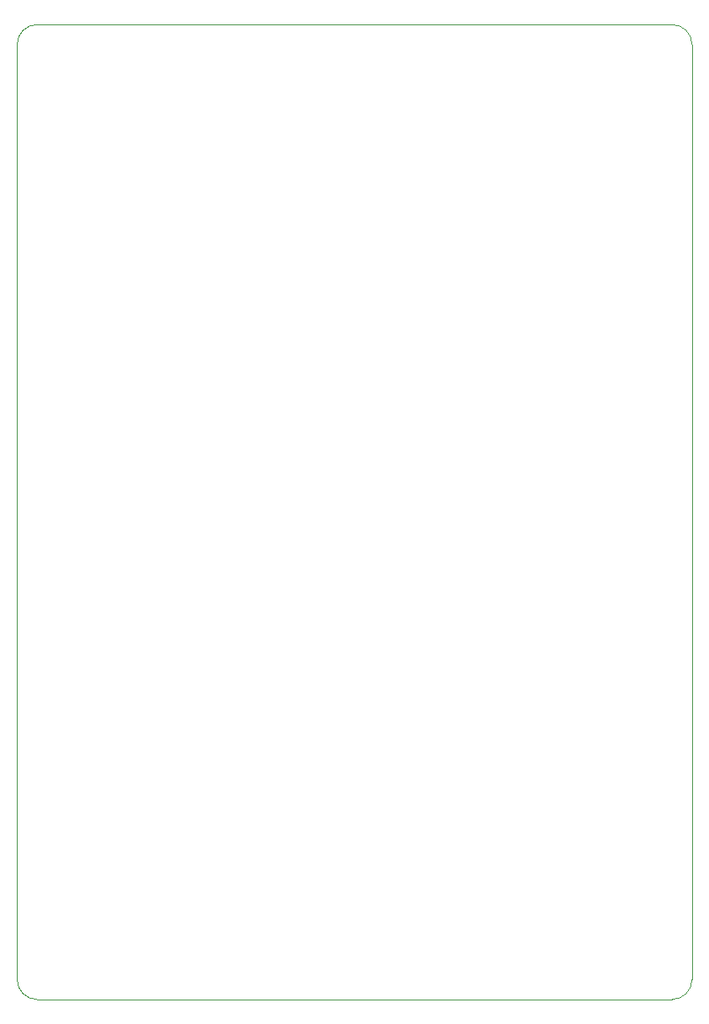
<source format=gm1>
G04 #@! TF.GenerationSoftware,KiCad,Pcbnew,(5.1.10)-1*
G04 #@! TF.CreationDate,2021-09-30T10:00:51+08:00*
G04 #@! TF.ProjectId,internal_mainboard_V2.2,696e7465-726e-4616-9c5f-6d61696e626f,rev?*
G04 #@! TF.SameCoordinates,Original*
G04 #@! TF.FileFunction,Profile,NP*
%FSLAX46Y46*%
G04 Gerber Fmt 4.6, Leading zero omitted, Abs format (unit mm)*
G04 Created by KiCad (PCBNEW (5.1.10)-1) date 2021-09-30 10:00:51*
%MOMM*%
%LPD*%
G01*
G04 APERTURE LIST*
G04 #@! TA.AperFunction,Profile*
%ADD10C,0.050000*%
G04 #@! TD*
G04 APERTURE END LIST*
D10*
X266605000Y-26238000D02*
X202660000Y-26238000D01*
X200660000Y-122238000D02*
X200660000Y-28238000D01*
X200660000Y-28238000D02*
G75*
G02*
X202660000Y-26238000I2000000J0D01*
G01*
X268605000Y-122238000D02*
X268605000Y-28238000D01*
X266605000Y-26238000D02*
G75*
G02*
X268605000Y-28238000I0J-2000000D01*
G01*
X266605000Y-124238000D02*
X202660000Y-124238000D01*
X268605000Y-122238000D02*
G75*
G02*
X266605000Y-124238000I-2000000J0D01*
G01*
X202660000Y-124238000D02*
G75*
G02*
X200660000Y-122238000I0J2000000D01*
G01*
M02*

</source>
